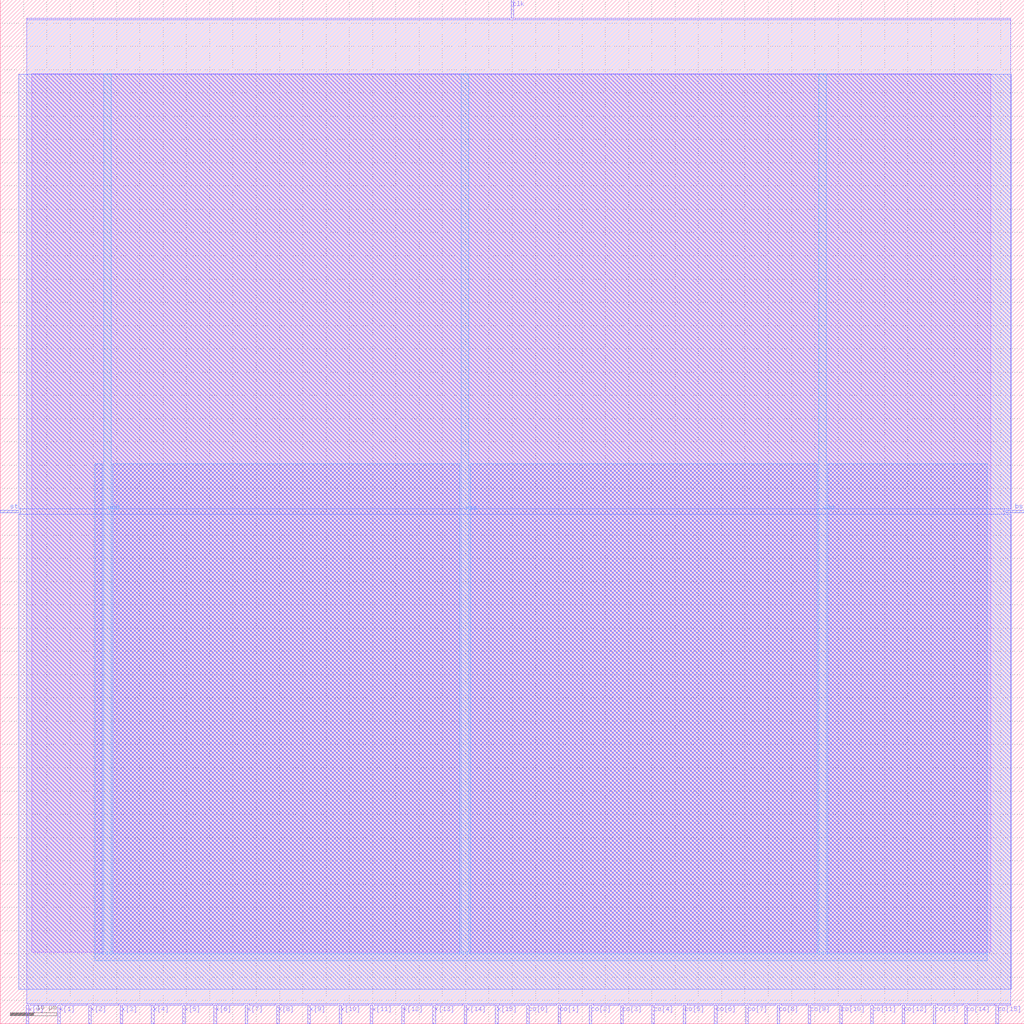
<source format=lef>
VERSION 5.7 ;
  NOWIREEXTENSIONATPIN ON ;
  DIVIDERCHAR "/" ;
  BUSBITCHARS "[]" ;
MACRO collatz
  CLASS BLOCK ;
  FOREIGN collatz ;
  ORIGIN 0.000 0.000 ;
  SIZE 220.000 BY 220.000 ;
  PIN bs
    DIRECTION OUTPUT TRISTATE ;
    USE SIGNAL ;
    PORT
      LAYER Metal3 ;
        RECT 216.000 109.760 220.000 110.320 ;
    END
  END bs
  PIN clk
    DIRECTION INPUT ;
    USE SIGNAL ;
    PORT
      LAYER Metal2 ;
        RECT 109.760 216.000 110.320 220.000 ;
    END
  END clk
  PIN co[0]
    DIRECTION INPUT ;
    USE SIGNAL ;
    PORT
      LAYER Metal2 ;
        RECT 113.120 0.000 113.680 4.000 ;
    END
  END co[0]
  PIN co[10]
    DIRECTION INPUT ;
    USE SIGNAL ;
    PORT
      LAYER Metal2 ;
        RECT 180.320 0.000 180.880 4.000 ;
    END
  END co[10]
  PIN co[11]
    DIRECTION INPUT ;
    USE SIGNAL ;
    PORT
      LAYER Metal2 ;
        RECT 187.040 0.000 187.600 4.000 ;
    END
  END co[11]
  PIN co[12]
    DIRECTION INPUT ;
    USE SIGNAL ;
    PORT
      LAYER Metal2 ;
        RECT 193.760 0.000 194.320 4.000 ;
    END
  END co[12]
  PIN co[13]
    DIRECTION INPUT ;
    USE SIGNAL ;
    PORT
      LAYER Metal2 ;
        RECT 200.480 0.000 201.040 4.000 ;
    END
  END co[13]
  PIN co[14]
    DIRECTION INPUT ;
    USE SIGNAL ;
    PORT
      LAYER Metal2 ;
        RECT 207.200 0.000 207.760 4.000 ;
    END
  END co[14]
  PIN co[15]
    DIRECTION INPUT ;
    USE SIGNAL ;
    PORT
      LAYER Metal2 ;
        RECT 213.920 0.000 214.480 4.000 ;
    END
  END co[15]
  PIN co[1]
    DIRECTION INPUT ;
    USE SIGNAL ;
    PORT
      LAYER Metal2 ;
        RECT 119.840 0.000 120.400 4.000 ;
    END
  END co[1]
  PIN co[2]
    DIRECTION INPUT ;
    USE SIGNAL ;
    PORT
      LAYER Metal2 ;
        RECT 126.560 0.000 127.120 4.000 ;
    END
  END co[2]
  PIN co[3]
    DIRECTION INPUT ;
    USE SIGNAL ;
    PORT
      LAYER Metal2 ;
        RECT 133.280 0.000 133.840 4.000 ;
    END
  END co[3]
  PIN co[4]
    DIRECTION INPUT ;
    USE SIGNAL ;
    PORT
      LAYER Metal2 ;
        RECT 140.000 0.000 140.560 4.000 ;
    END
  END co[4]
  PIN co[5]
    DIRECTION INPUT ;
    USE SIGNAL ;
    PORT
      LAYER Metal2 ;
        RECT 146.720 0.000 147.280 4.000 ;
    END
  END co[5]
  PIN co[6]
    DIRECTION INPUT ;
    USE SIGNAL ;
    PORT
      LAYER Metal2 ;
        RECT 153.440 0.000 154.000 4.000 ;
    END
  END co[6]
  PIN co[7]
    DIRECTION INPUT ;
    USE SIGNAL ;
    PORT
      LAYER Metal2 ;
        RECT 160.160 0.000 160.720 4.000 ;
    END
  END co[7]
  PIN co[8]
    DIRECTION INPUT ;
    USE SIGNAL ;
    PORT
      LAYER Metal2 ;
        RECT 166.880 0.000 167.440 4.000 ;
    END
  END co[8]
  PIN co[9]
    DIRECTION INPUT ;
    USE SIGNAL ;
    PORT
      LAYER Metal2 ;
        RECT 173.600 0.000 174.160 4.000 ;
    END
  END co[9]
  PIN st
    DIRECTION INPUT ;
    USE SIGNAL ;
    PORT
      LAYER Metal3 ;
        RECT 0.000 109.760 4.000 110.320 ;
    END
  END st
  PIN vdd
    DIRECTION INOUT ;
    USE POWER ;
    PORT
      LAYER Metal4 ;
        RECT 22.240 15.380 23.840 204.140 ;
    END
    PORT
      LAYER Metal4 ;
        RECT 175.840 15.380 177.440 204.140 ;
    END
  END vdd
  PIN vss
    DIRECTION INOUT ;
    USE GROUND ;
    PORT
      LAYER Metal4 ;
        RECT 99.040 15.380 100.640 204.140 ;
    END
  END vss
  PIN x[0]
    DIRECTION OUTPUT TRISTATE ;
    USE SIGNAL ;
    PORT
      LAYER Metal2 ;
        RECT 5.600 0.000 6.160 4.000 ;
    END
  END x[0]
  PIN x[10]
    DIRECTION OUTPUT TRISTATE ;
    USE SIGNAL ;
    PORT
      LAYER Metal2 ;
        RECT 72.800 0.000 73.360 4.000 ;
    END
  END x[10]
  PIN x[11]
    DIRECTION OUTPUT TRISTATE ;
    USE SIGNAL ;
    PORT
      LAYER Metal2 ;
        RECT 79.520 0.000 80.080 4.000 ;
    END
  END x[11]
  PIN x[12]
    DIRECTION OUTPUT TRISTATE ;
    USE SIGNAL ;
    PORT
      LAYER Metal2 ;
        RECT 86.240 0.000 86.800 4.000 ;
    END
  END x[12]
  PIN x[13]
    DIRECTION OUTPUT TRISTATE ;
    USE SIGNAL ;
    PORT
      LAYER Metal2 ;
        RECT 92.960 0.000 93.520 4.000 ;
    END
  END x[13]
  PIN x[14]
    DIRECTION OUTPUT TRISTATE ;
    USE SIGNAL ;
    PORT
      LAYER Metal2 ;
        RECT 99.680 0.000 100.240 4.000 ;
    END
  END x[14]
  PIN x[15]
    DIRECTION OUTPUT TRISTATE ;
    USE SIGNAL ;
    PORT
      LAYER Metal2 ;
        RECT 106.400 0.000 106.960 4.000 ;
    END
  END x[15]
  PIN x[1]
    DIRECTION OUTPUT TRISTATE ;
    USE SIGNAL ;
    PORT
      LAYER Metal2 ;
        RECT 12.320 0.000 12.880 4.000 ;
    END
  END x[1]
  PIN x[2]
    DIRECTION OUTPUT TRISTATE ;
    USE SIGNAL ;
    PORT
      LAYER Metal2 ;
        RECT 19.040 0.000 19.600 4.000 ;
    END
  END x[2]
  PIN x[3]
    DIRECTION OUTPUT TRISTATE ;
    USE SIGNAL ;
    PORT
      LAYER Metal2 ;
        RECT 25.760 0.000 26.320 4.000 ;
    END
  END x[3]
  PIN x[4]
    DIRECTION OUTPUT TRISTATE ;
    USE SIGNAL ;
    PORT
      LAYER Metal2 ;
        RECT 32.480 0.000 33.040 4.000 ;
    END
  END x[4]
  PIN x[5]
    DIRECTION OUTPUT TRISTATE ;
    USE SIGNAL ;
    PORT
      LAYER Metal2 ;
        RECT 39.200 0.000 39.760 4.000 ;
    END
  END x[5]
  PIN x[6]
    DIRECTION OUTPUT TRISTATE ;
    USE SIGNAL ;
    PORT
      LAYER Metal2 ;
        RECT 45.920 0.000 46.480 4.000 ;
    END
  END x[6]
  PIN x[7]
    DIRECTION OUTPUT TRISTATE ;
    USE SIGNAL ;
    PORT
      LAYER Metal2 ;
        RECT 52.640 0.000 53.200 4.000 ;
    END
  END x[7]
  PIN x[8]
    DIRECTION OUTPUT TRISTATE ;
    USE SIGNAL ;
    PORT
      LAYER Metal2 ;
        RECT 59.360 0.000 59.920 4.000 ;
    END
  END x[8]
  PIN x[9]
    DIRECTION OUTPUT TRISTATE ;
    USE SIGNAL ;
    PORT
      LAYER Metal2 ;
        RECT 66.080 0.000 66.640 4.000 ;
    END
  END x[9]
  OBS
      LAYER Metal1 ;
        RECT 6.720 15.380 212.800 204.140 ;
      LAYER Metal2 ;
        RECT 5.740 215.700 109.460 216.000 ;
        RECT 110.620 215.700 217.140 216.000 ;
        RECT 5.740 4.300 217.140 215.700 ;
        RECT 6.460 4.000 12.020 4.300 ;
        RECT 13.180 4.000 18.740 4.300 ;
        RECT 19.900 4.000 25.460 4.300 ;
        RECT 26.620 4.000 32.180 4.300 ;
        RECT 33.340 4.000 38.900 4.300 ;
        RECT 40.060 4.000 45.620 4.300 ;
        RECT 46.780 4.000 52.340 4.300 ;
        RECT 53.500 4.000 59.060 4.300 ;
        RECT 60.220 4.000 65.780 4.300 ;
        RECT 66.940 4.000 72.500 4.300 ;
        RECT 73.660 4.000 79.220 4.300 ;
        RECT 80.380 4.000 85.940 4.300 ;
        RECT 87.100 4.000 92.660 4.300 ;
        RECT 93.820 4.000 99.380 4.300 ;
        RECT 100.540 4.000 106.100 4.300 ;
        RECT 107.260 4.000 112.820 4.300 ;
        RECT 113.980 4.000 119.540 4.300 ;
        RECT 120.700 4.000 126.260 4.300 ;
        RECT 127.420 4.000 132.980 4.300 ;
        RECT 134.140 4.000 139.700 4.300 ;
        RECT 140.860 4.000 146.420 4.300 ;
        RECT 147.580 4.000 153.140 4.300 ;
        RECT 154.300 4.000 159.860 4.300 ;
        RECT 161.020 4.000 166.580 4.300 ;
        RECT 167.740 4.000 173.300 4.300 ;
        RECT 174.460 4.000 180.020 4.300 ;
        RECT 181.180 4.000 186.740 4.300 ;
        RECT 187.900 4.000 193.460 4.300 ;
        RECT 194.620 4.000 200.180 4.300 ;
        RECT 201.340 4.000 206.900 4.300 ;
        RECT 208.060 4.000 213.620 4.300 ;
        RECT 214.780 4.000 217.140 4.300 ;
      LAYER Metal3 ;
        RECT 4.000 110.620 217.190 203.980 ;
        RECT 4.300 109.460 215.700 110.620 ;
        RECT 4.000 7.420 217.190 109.460 ;
      LAYER Metal4 ;
        RECT 20.300 15.080 21.940 120.310 ;
        RECT 24.140 15.080 98.740 120.310 ;
        RECT 100.940 15.080 175.540 120.310 ;
        RECT 177.740 15.080 212.100 120.310 ;
        RECT 20.300 13.530 212.100 15.080 ;
  END
END collatz
END LIBRARY


</source>
